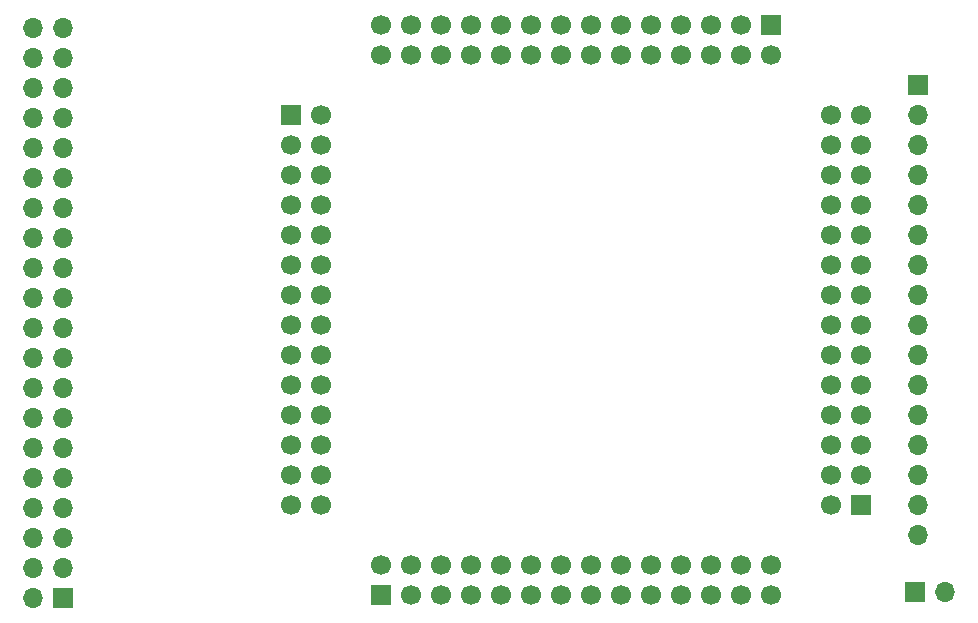
<source format=gbr>
%TF.GenerationSoftware,KiCad,Pcbnew,6.0.2+dfsg-1*%
%TF.CreationDate,2022-05-29T19:40:52-04:00*%
%TF.ProjectId,kim-ep2c5,6b696d2d-6570-4326-9335-2e6b69636164,rev?*%
%TF.SameCoordinates,Original*%
%TF.FileFunction,Soldermask,Bot*%
%TF.FilePolarity,Negative*%
%FSLAX46Y46*%
G04 Gerber Fmt 4.6, Leading zero omitted, Abs format (unit mm)*
G04 Created by KiCad (PCBNEW 6.0.2+dfsg-1) date 2022-05-29 19:40:52*
%MOMM*%
%LPD*%
G01*
G04 APERTURE LIST*
%ADD10R,1.700000X1.700000*%
%ADD11C,1.700000*%
%ADD12O,1.700000X1.700000*%
G04 APERTURE END LIST*
D10*
%TO.C,U101*%
X121412000Y-119634000D03*
D11*
X121412000Y-117094000D03*
X123952000Y-119634000D03*
X123952000Y-117094000D03*
X126492000Y-119634000D03*
X126492000Y-117094000D03*
X129032000Y-119634000D03*
X129032000Y-117094000D03*
X131572000Y-119634000D03*
X131572000Y-117094000D03*
X134112000Y-119634000D03*
X134112000Y-117094000D03*
X136652000Y-119634000D03*
X136652000Y-117094000D03*
X139192000Y-119634000D03*
X139192000Y-117094000D03*
X141732000Y-119634000D03*
X141732000Y-117094000D03*
X144272000Y-119634000D03*
X144272000Y-117094000D03*
X146812000Y-119634000D03*
X146812000Y-117094000D03*
X149352000Y-119634000D03*
X149352000Y-117094000D03*
X151892000Y-119634000D03*
X151892000Y-117094000D03*
X154432000Y-119634000D03*
X154432000Y-117094000D03*
D10*
X162052000Y-112014000D03*
D11*
X159512000Y-112014000D03*
X162052000Y-109474000D03*
X159512000Y-109474000D03*
X162052000Y-106934000D03*
X159512000Y-106934000D03*
X162052000Y-104394000D03*
X159512000Y-104394000D03*
X162052000Y-101854000D03*
X159512000Y-101854000D03*
X162052000Y-99314000D03*
X159512000Y-99314000D03*
X162052000Y-96774000D03*
X159512000Y-96774000D03*
X162052000Y-94234000D03*
X159512000Y-94234000D03*
X162052000Y-91694000D03*
X159512000Y-91694000D03*
X162052000Y-89154000D03*
X159512000Y-89154000D03*
X162052000Y-86614000D03*
X159512000Y-86614000D03*
X162052000Y-84074000D03*
X159512000Y-84074000D03*
X162052000Y-81534000D03*
X159512000Y-81534000D03*
X162052000Y-78994000D03*
X159512000Y-78994000D03*
D10*
X154432000Y-71374000D03*
D11*
X154432000Y-73914000D03*
X151892000Y-71374000D03*
X151892000Y-73914000D03*
X149352000Y-71374000D03*
X149352000Y-73914000D03*
X146812000Y-71374000D03*
X146812000Y-73914000D03*
X144272000Y-71374000D03*
X144272000Y-73914000D03*
X141732000Y-71374000D03*
X141732000Y-73914000D03*
X139192000Y-71374000D03*
X139192000Y-73914000D03*
X136652000Y-71374000D03*
X136652000Y-73914000D03*
X134112000Y-71374000D03*
X134112000Y-73914000D03*
X131572000Y-71374000D03*
X131572000Y-73914000D03*
X129032000Y-71374000D03*
X129032000Y-73914000D03*
X126492000Y-71374000D03*
X126492000Y-73914000D03*
X123952000Y-71374000D03*
X123952000Y-73914000D03*
X121412000Y-71374000D03*
X121412000Y-73914000D03*
D10*
X113792000Y-78994000D03*
D11*
X116332000Y-78994000D03*
X113792000Y-81534000D03*
X116332000Y-81534000D03*
X113792000Y-84074000D03*
X116332000Y-84074000D03*
X113792000Y-86614000D03*
X116332000Y-86614000D03*
X113792000Y-89154000D03*
X116332000Y-89154000D03*
X113792000Y-91694000D03*
X116332000Y-91694000D03*
X113792000Y-94234000D03*
X116332000Y-94234000D03*
X113792000Y-96774000D03*
X116332000Y-96774000D03*
X113792000Y-99314000D03*
X116332000Y-99314000D03*
X113792000Y-101854000D03*
X116332000Y-101854000D03*
X113792000Y-104394000D03*
X116332000Y-104394000D03*
X113792000Y-106934000D03*
X116332000Y-106934000D03*
X113792000Y-109474000D03*
X116332000Y-109474000D03*
X113792000Y-112014000D03*
X116332000Y-112014000D03*
%TD*%
D10*
%TO.C,J101*%
X94488000Y-119888000D03*
D12*
X91948000Y-119888000D03*
X94488000Y-117348000D03*
X91948000Y-117348000D03*
X94488000Y-114808000D03*
X91948000Y-114808000D03*
X94488000Y-112268000D03*
X91948000Y-112268000D03*
X94488000Y-109728000D03*
X91948000Y-109728000D03*
X94488000Y-107188000D03*
X91948000Y-107188000D03*
X94488000Y-104648000D03*
X91948000Y-104648000D03*
X94488000Y-102108000D03*
X91948000Y-102108000D03*
X94488000Y-99568000D03*
X91948000Y-99568000D03*
X94488000Y-97028000D03*
X91948000Y-97028000D03*
X94488000Y-94488000D03*
X91948000Y-94488000D03*
X94488000Y-91948000D03*
X91948000Y-91948000D03*
X94488000Y-89408000D03*
X91948000Y-89408000D03*
X94488000Y-86868000D03*
X91948000Y-86868000D03*
X94488000Y-84328000D03*
X91948000Y-84328000D03*
X94488000Y-81788000D03*
X91948000Y-81788000D03*
X94488000Y-79248000D03*
X91948000Y-79248000D03*
X94488000Y-76708000D03*
X91948000Y-76708000D03*
X94488000Y-74168000D03*
X91948000Y-74168000D03*
X94488000Y-71628000D03*
X91948000Y-71628000D03*
%TD*%
D10*
%TO.C,J102*%
X166878000Y-76454000D03*
D12*
X166878000Y-78994000D03*
X166878000Y-81534000D03*
X166878000Y-84074000D03*
X166878000Y-86614000D03*
X166878000Y-89154000D03*
X166878000Y-91694000D03*
X166878000Y-94234000D03*
X166878000Y-96774000D03*
X166878000Y-99314000D03*
X166878000Y-101854000D03*
X166878000Y-104394000D03*
X166878000Y-106934000D03*
X166878000Y-109474000D03*
X166878000Y-112014000D03*
X166878000Y-114554000D03*
%TD*%
D10*
%TO.C,J103*%
X166619000Y-119380000D03*
D12*
X169159000Y-119380000D03*
%TD*%
M02*

</source>
